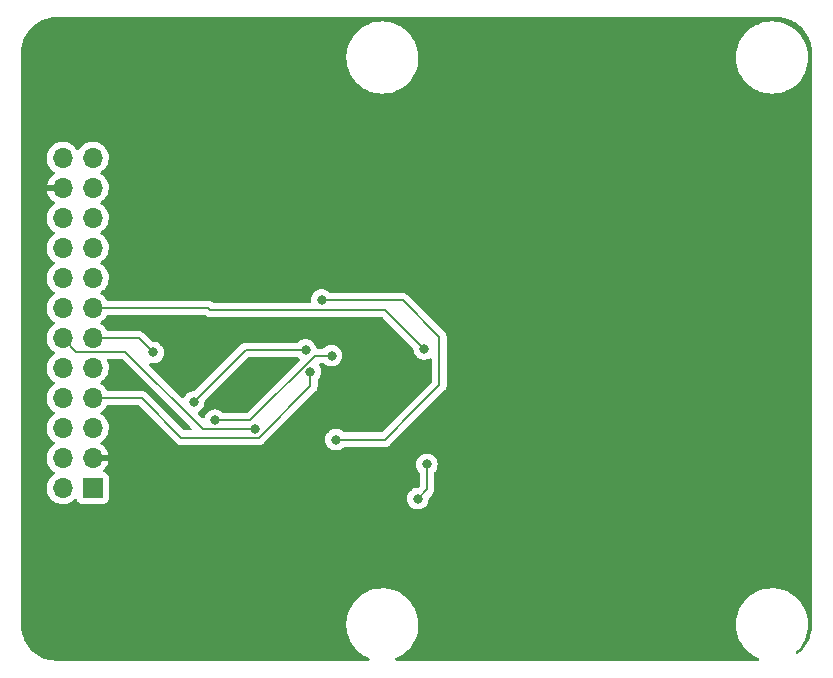
<source format=gbr>
%TF.GenerationSoftware,KiCad,Pcbnew,(6.0.0-0)*%
%TF.CreationDate,2022-03-30T15:47:28-05:00*%
%TF.ProjectId,spacebot-CM4-breakout,73706163-6562-46f7-942d-434d342d6272,rev?*%
%TF.SameCoordinates,Original*%
%TF.FileFunction,Copper,L2,Bot*%
%TF.FilePolarity,Positive*%
%FSLAX46Y46*%
G04 Gerber Fmt 4.6, Leading zero omitted, Abs format (unit mm)*
G04 Created by KiCad (PCBNEW (6.0.0-0)) date 2022-03-30 15:47:28*
%MOMM*%
%LPD*%
G01*
G04 APERTURE LIST*
%TA.AperFunction,ComponentPad*%
%ADD10R,1.700000X1.700000*%
%TD*%
%TA.AperFunction,ComponentPad*%
%ADD11O,1.700000X1.700000*%
%TD*%
%TA.AperFunction,ViaPad*%
%ADD12C,0.800000*%
%TD*%
%TA.AperFunction,Conductor*%
%ADD13C,0.200000*%
%TD*%
G04 APERTURE END LIST*
D10*
%TO.P,J1,1,Pin_1*%
%TO.N,5V*%
X110075000Y-111375000D03*
D11*
%TO.P,J1,2,Pin_2*%
%TO.N,3.3V*%
X107535000Y-111375000D03*
%TO.P,J1,3,Pin_3*%
%TO.N,GND*%
X110075000Y-108835000D03*
%TO.P,J1,4,Pin_4*%
%TO.N,I2S_SD*%
X107535000Y-108835000D03*
%TO.P,J1,5,Pin_5*%
%TO.N,I2S_SCK*%
X110075000Y-106295000D03*
%TO.P,J1,6,Pin_6*%
%TO.N,UART_RX*%
X107535000Y-106295000D03*
%TO.P,J1,7,Pin_7*%
%TO.N,UART_TX*%
X110075000Y-103755000D03*
%TO.P,J1,8,Pin_8*%
%TO.N,SD_CLK*%
X107535000Y-103755000D03*
%TO.P,J1,9,Pin_9*%
%TO.N,SD_DAT3*%
X110075000Y-101215000D03*
%TO.P,J1,10,Pin_10*%
%TO.N,SD_DAT0*%
X107535000Y-101215000D03*
%TO.P,J1,11,Pin_11*%
%TO.N,SD_DAT1*%
X110075000Y-98675000D03*
%TO.P,J1,12,Pin_12*%
%TO.N,SD_DAT2*%
X107535000Y-98675000D03*
%TO.P,J1,13,Pin_13*%
%TO.N,I2S_WS*%
X110075000Y-96135000D03*
%TO.P,J1,14,Pin_14*%
%TO.N,SCL_0*%
X107535000Y-96135000D03*
%TO.P,J1,15,Pin_15*%
%TO.N,SDA_0*%
X110075000Y-93595000D03*
%TO.P,J1,16,Pin_16*%
%TO.N,unconnected-(J1-Pad16)*%
X107535000Y-93595000D03*
%TO.P,J1,17,Pin_17*%
%TO.N,unconnected-(J1-Pad17)*%
X110075000Y-91055000D03*
%TO.P,J1,18,Pin_18*%
%TO.N,unconnected-(J1-Pad18)*%
X107535000Y-91055000D03*
%TO.P,J1,19,Pin_19*%
%TO.N,unconnected-(J1-Pad19)*%
X110075000Y-88515000D03*
%TO.P,J1,20,Pin_20*%
%TO.N,unconnected-(J1-Pad20)*%
X107535000Y-88515000D03*
%TO.P,J1,21,Pin_21*%
%TO.N,unconnected-(J1-Pad21)*%
X110075000Y-85975000D03*
%TO.P,J1,22,Pin_22*%
%TO.N,GND*%
X107535000Y-85975000D03*
%TO.P,J1,23,Pin_23*%
%TO.N,unconnected-(J1-Pad23)*%
X110075000Y-83435000D03*
%TO.P,J1,24,Pin_24*%
%TO.N,1.8V*%
X107535000Y-83435000D03*
%TD*%
D12*
%TO.N,GND*%
X168070000Y-111560000D03*
X113190000Y-102360000D03*
X121560000Y-103920000D03*
X118180000Y-101620000D03*
X128330000Y-106460000D03*
X141210000Y-109390000D03*
X141480000Y-100390000D03*
X141010000Y-92130000D03*
X120920000Y-88900000D03*
X133950000Y-87610000D03*
X130650000Y-93520000D03*
X137210000Y-93950000D03*
X137570000Y-101590000D03*
X130200000Y-98020000D03*
X129570000Y-110620000D03*
X137470000Y-106110000D03*
X125970000Y-110780000D03*
X134115000Y-113375000D03*
X134190000Y-111820000D03*
%TO.N,UART_RX*%
X118625000Y-104100000D03*
X128100000Y-99675000D03*
%TO.N,I2S_SCK*%
X120425000Y-105625000D03*
X130300000Y-100175000D03*
%TO.N,UART_TX*%
X128512500Y-101512500D03*
%TO.N,SD_DAT1*%
X115200000Y-99900000D03*
%TO.N,SD_DAT2*%
X123850000Y-106400000D03*
%TO.N,I2S_WS*%
X138150000Y-99600000D03*
%TO.N,I2S_SD*%
X129450000Y-95450000D03*
X130675000Y-107275000D03*
%TO.N,3.3V*%
X137600000Y-112275000D03*
X138375000Y-109375000D03*
%TD*%
D13*
%TO.N,GND*%
X134115000Y-113375000D02*
X134100000Y-113390000D01*
X134190000Y-113300000D02*
X134115000Y-113375000D01*
X134190000Y-111820000D02*
X134190000Y-113300000D01*
%TO.N,UART_RX*%
X123050000Y-99675000D02*
X118625000Y-104100000D01*
X128100000Y-99675000D02*
X123050000Y-99675000D01*
%TO.N,I2S_SCK*%
X123410741Y-105625000D02*
X120425000Y-105625000D01*
X128860741Y-100175000D02*
X123410741Y-105625000D01*
X130300000Y-100175000D02*
X128860741Y-100175000D01*
%TO.N,UART_TX*%
X128512500Y-101512500D02*
X128512500Y-102726759D01*
X117574511Y-107099511D02*
X114230000Y-103755000D01*
X114230000Y-103755000D02*
X110075000Y-103755000D01*
X128512500Y-102726759D02*
X124139748Y-107099511D01*
X124139748Y-107099511D02*
X117574511Y-107099511D01*
%TO.N,SD_DAT1*%
X115200000Y-99900000D02*
X113975000Y-98675000D01*
X113975000Y-98675000D02*
X110075000Y-98675000D01*
%TO.N,SD_DAT2*%
X107535000Y-98675000D02*
X108684511Y-99824511D01*
X108684511Y-99824511D02*
X112849511Y-99824511D01*
X112849511Y-99824511D02*
X119425000Y-106400000D01*
X119425000Y-106400000D02*
X123850000Y-106400000D01*
%TO.N,I2S_WS*%
X134850000Y-96300000D02*
X120025000Y-96300000D01*
X138150000Y-99600000D02*
X134850000Y-96300000D01*
X119860000Y-96135000D02*
X110075000Y-96135000D01*
X120025000Y-96300000D02*
X119860000Y-96135000D01*
%TO.N,I2S_SD*%
X136325000Y-95450000D02*
X129450000Y-95450000D01*
X139425000Y-98550000D02*
X136325000Y-95450000D01*
X137375000Y-104725000D02*
X139425000Y-102675000D01*
X139425000Y-102675000D02*
X139425000Y-98550000D01*
X134825000Y-107275000D02*
X137375000Y-104725000D01*
X130675000Y-107275000D02*
X134825000Y-107275000D01*
%TO.N,3.3V*%
X138375000Y-111500000D02*
X137600000Y-112275000D01*
X138375000Y-109375000D02*
X138375000Y-111500000D01*
%TD*%
%TA.AperFunction,Conductor*%
%TO.N,GND*%
G36*
X167970057Y-71509500D02*
G01*
X167984858Y-71511805D01*
X167984861Y-71511805D01*
X167993730Y-71513186D01*
X168002631Y-71512022D01*
X168002635Y-71512022D01*
X168012411Y-71510743D01*
X168035343Y-71509852D01*
X168306149Y-71524044D01*
X168319265Y-71525422D01*
X168615550Y-71572349D01*
X168628450Y-71575091D01*
X168918205Y-71652731D01*
X168930742Y-71656805D01*
X169178762Y-71752011D01*
X169210787Y-71764304D01*
X169222835Y-71769668D01*
X169490117Y-71905855D01*
X169501538Y-71912449D01*
X169753121Y-72075828D01*
X169763791Y-72083581D01*
X169996908Y-72272355D01*
X170006709Y-72281180D01*
X170218820Y-72493291D01*
X170227645Y-72503092D01*
X170416419Y-72736209D01*
X170424172Y-72746879D01*
X170587551Y-72998462D01*
X170594145Y-73009883D01*
X170730332Y-73277165D01*
X170735696Y-73289213D01*
X170832395Y-73541121D01*
X170843193Y-73569251D01*
X170847269Y-73581794D01*
X170861176Y-73633697D01*
X170924909Y-73871550D01*
X170927651Y-73884450D01*
X170974578Y-74180735D01*
X170975956Y-74193851D01*
X170980981Y-74289729D01*
X170989764Y-74457330D01*
X170988436Y-74483312D01*
X170988195Y-74484856D01*
X170988195Y-74484860D01*
X170986814Y-74493730D01*
X170987978Y-74502632D01*
X170987978Y-74502635D01*
X170990936Y-74525251D01*
X170992000Y-74541589D01*
X170992000Y-122950672D01*
X170990500Y-122970056D01*
X170986814Y-122993730D01*
X170987978Y-123002631D01*
X170987978Y-123002635D01*
X170989257Y-123012411D01*
X170990148Y-123035343D01*
X170980399Y-123221378D01*
X170975956Y-123306148D01*
X170974578Y-123319265D01*
X170927651Y-123615550D01*
X170924909Y-123628450D01*
X170847269Y-123918205D01*
X170843195Y-123930742D01*
X170778986Y-124098013D01*
X170735696Y-124210787D01*
X170730332Y-124222835D01*
X170594145Y-124490117D01*
X170587551Y-124501538D01*
X170424172Y-124753121D01*
X170416419Y-124763791D01*
X170227645Y-124996908D01*
X170218820Y-125006709D01*
X170006709Y-125218820D01*
X169996908Y-125227645D01*
X169809166Y-125379676D01*
X169743640Y-125407001D01*
X169673742Y-125394561D01*
X169621665Y-125346307D01*
X169603943Y-125277558D01*
X169626203Y-125210141D01*
X169645155Y-125188488D01*
X169776675Y-125069023D01*
X169779325Y-125066616D01*
X170007753Y-124806143D01*
X170205228Y-124521485D01*
X170369208Y-124216303D01*
X170497587Y-123894519D01*
X170588713Y-123560271D01*
X170625106Y-123323821D01*
X170640874Y-123221378D01*
X170640874Y-123221374D01*
X170641416Y-123217855D01*
X170648587Y-123035343D01*
X170654878Y-122875244D01*
X170654878Y-122875239D01*
X170655018Y-122871674D01*
X170629343Y-122526179D01*
X170564722Y-122185812D01*
X170461986Y-121854947D01*
X170366097Y-121637023D01*
X170323899Y-121541121D01*
X170323897Y-121541116D01*
X170322455Y-121537840D01*
X170147924Y-121238566D01*
X169940636Y-120960973D01*
X169938192Y-120958375D01*
X169938187Y-120958369D01*
X169776107Y-120786074D01*
X169703256Y-120708631D01*
X169438836Y-120484783D01*
X169237311Y-120350128D01*
X169153752Y-120294296D01*
X169153750Y-120294295D01*
X169150775Y-120292307D01*
X169147591Y-120290667D01*
X168845960Y-120135316D01*
X168845955Y-120135314D01*
X168842777Y-120133677D01*
X168839436Y-120132411D01*
X168839431Y-120132409D01*
X168522145Y-120012201D01*
X168522146Y-120012201D01*
X168518801Y-120010934D01*
X168515337Y-120010054D01*
X168515333Y-120010053D01*
X168186481Y-119926535D01*
X168186473Y-119926533D01*
X168183014Y-119925655D01*
X168014221Y-119902683D01*
X167842723Y-119879343D01*
X167842716Y-119879342D01*
X167839730Y-119878936D01*
X167726826Y-119874500D01*
X167512246Y-119874500D01*
X167373025Y-119882406D01*
X167257678Y-119888955D01*
X167257671Y-119888956D01*
X167254110Y-119889158D01*
X166912666Y-119947829D01*
X166909234Y-119948829D01*
X166909231Y-119948830D01*
X166583503Y-120043771D01*
X166583500Y-120043772D01*
X166580059Y-120044775D01*
X166576759Y-120046159D01*
X166576750Y-120046162D01*
X166375062Y-120130737D01*
X166260564Y-120178750D01*
X165958290Y-120348032D01*
X165677122Y-120550444D01*
X165674471Y-120552852D01*
X165674466Y-120552856D01*
X165505515Y-120706321D01*
X165420675Y-120783384D01*
X165192247Y-121043857D01*
X164994772Y-121328515D01*
X164830792Y-121633697D01*
X164702413Y-121955481D01*
X164611287Y-122289729D01*
X164610745Y-122293251D01*
X164574346Y-122529741D01*
X164558584Y-122632145D01*
X164558444Y-122635710D01*
X164545123Y-122974749D01*
X164544982Y-122978326D01*
X164549219Y-123035343D01*
X164569344Y-123306148D01*
X164570657Y-123323821D01*
X164635278Y-123664188D01*
X164738014Y-123995053D01*
X164739455Y-123998327D01*
X164739455Y-123998328D01*
X164835367Y-124216303D01*
X164877545Y-124312160D01*
X165052076Y-124611434D01*
X165259364Y-124889027D01*
X165261808Y-124891625D01*
X165261813Y-124891631D01*
X165360848Y-124996908D01*
X165496744Y-125141369D01*
X165499473Y-125143679D01*
X165738827Y-125346307D01*
X165761164Y-125365217D01*
X165764128Y-125367197D01*
X165764130Y-125367199D01*
X165968450Y-125503721D01*
X166049225Y-125557693D01*
X166052407Y-125559332D01*
X166052409Y-125559333D01*
X166354040Y-125714684D01*
X166354045Y-125714686D01*
X166357223Y-125716323D01*
X166360564Y-125717589D01*
X166360569Y-125717591D01*
X166441290Y-125748173D01*
X166497905Y-125791012D01*
X166522373Y-125857659D01*
X166506924Y-125926955D01*
X166456463Y-125976897D01*
X166396649Y-125992000D01*
X135800833Y-125992000D01*
X135732712Y-125971998D01*
X135686219Y-125918342D01*
X135676115Y-125848068D01*
X135705609Y-125783488D01*
X135752106Y-125749804D01*
X135939436Y-125671250D01*
X136241710Y-125501968D01*
X136522878Y-125299556D01*
X136525529Y-125297148D01*
X136525534Y-125297144D01*
X136776675Y-125069023D01*
X136779325Y-125066616D01*
X137007753Y-124806143D01*
X137205228Y-124521485D01*
X137369208Y-124216303D01*
X137497587Y-123894519D01*
X137588713Y-123560271D01*
X137625106Y-123323821D01*
X137640874Y-123221378D01*
X137640874Y-123221374D01*
X137641416Y-123217855D01*
X137648587Y-123035343D01*
X137654878Y-122875244D01*
X137654878Y-122875239D01*
X137655018Y-122871674D01*
X137629343Y-122526179D01*
X137564722Y-122185812D01*
X137461986Y-121854947D01*
X137366097Y-121637023D01*
X137323899Y-121541121D01*
X137323897Y-121541116D01*
X137322455Y-121537840D01*
X137147924Y-121238566D01*
X136940636Y-120960973D01*
X136938192Y-120958375D01*
X136938187Y-120958369D01*
X136776107Y-120786074D01*
X136703256Y-120708631D01*
X136438836Y-120484783D01*
X136237311Y-120350128D01*
X136153752Y-120294296D01*
X136153750Y-120294295D01*
X136150775Y-120292307D01*
X136147591Y-120290667D01*
X135845960Y-120135316D01*
X135845955Y-120135314D01*
X135842777Y-120133677D01*
X135839436Y-120132411D01*
X135839431Y-120132409D01*
X135522145Y-120012201D01*
X135522146Y-120012201D01*
X135518801Y-120010934D01*
X135515337Y-120010054D01*
X135515333Y-120010053D01*
X135186481Y-119926535D01*
X135186473Y-119926533D01*
X135183014Y-119925655D01*
X135014221Y-119902683D01*
X134842723Y-119879343D01*
X134842716Y-119879342D01*
X134839730Y-119878936D01*
X134726826Y-119874500D01*
X134512246Y-119874500D01*
X134373025Y-119882406D01*
X134257678Y-119888955D01*
X134257671Y-119888956D01*
X134254110Y-119889158D01*
X133912666Y-119947829D01*
X133909234Y-119948829D01*
X133909231Y-119948830D01*
X133583503Y-120043771D01*
X133583500Y-120043772D01*
X133580059Y-120044775D01*
X133576759Y-120046159D01*
X133576750Y-120046162D01*
X133375062Y-120130737D01*
X133260564Y-120178750D01*
X132958290Y-120348032D01*
X132677122Y-120550444D01*
X132674471Y-120552852D01*
X132674466Y-120552856D01*
X132505515Y-120706321D01*
X132420675Y-120783384D01*
X132192247Y-121043857D01*
X131994772Y-121328515D01*
X131830792Y-121633697D01*
X131702413Y-121955481D01*
X131611287Y-122289729D01*
X131610745Y-122293251D01*
X131574346Y-122529741D01*
X131558584Y-122632145D01*
X131558444Y-122635710D01*
X131545123Y-122974749D01*
X131544982Y-122978326D01*
X131549219Y-123035343D01*
X131569344Y-123306148D01*
X131570657Y-123323821D01*
X131635278Y-123664188D01*
X131738014Y-123995053D01*
X131739455Y-123998327D01*
X131739455Y-123998328D01*
X131835367Y-124216303D01*
X131877545Y-124312160D01*
X132052076Y-124611434D01*
X132259364Y-124889027D01*
X132261808Y-124891625D01*
X132261813Y-124891631D01*
X132360848Y-124996908D01*
X132496744Y-125141369D01*
X132499473Y-125143679D01*
X132738827Y-125346307D01*
X132761164Y-125365217D01*
X132764128Y-125367197D01*
X132764130Y-125367199D01*
X132968450Y-125503721D01*
X133049225Y-125557693D01*
X133052407Y-125559332D01*
X133052409Y-125559333D01*
X133354040Y-125714684D01*
X133354045Y-125714686D01*
X133357223Y-125716323D01*
X133360564Y-125717589D01*
X133360569Y-125717591D01*
X133441290Y-125748173D01*
X133497905Y-125791012D01*
X133522373Y-125857659D01*
X133506924Y-125926955D01*
X133456463Y-125976897D01*
X133396649Y-125992000D01*
X107049328Y-125992000D01*
X107029943Y-125990500D01*
X107015142Y-125988195D01*
X107015139Y-125988195D01*
X107006270Y-125986814D01*
X106997369Y-125987978D01*
X106997365Y-125987978D01*
X106987589Y-125989257D01*
X106964657Y-125990148D01*
X106693851Y-125975956D01*
X106680735Y-125974578D01*
X106594010Y-125960842D01*
X106384450Y-125927651D01*
X106371550Y-125924909D01*
X106081795Y-125847269D01*
X106069258Y-125843195D01*
X105789214Y-125735696D01*
X105777165Y-125730332D01*
X105509883Y-125594145D01*
X105498462Y-125587551D01*
X105246879Y-125424172D01*
X105236209Y-125416419D01*
X105003092Y-125227645D01*
X104993291Y-125218820D01*
X104781180Y-125006709D01*
X104772355Y-124996908D01*
X104583581Y-124763791D01*
X104575828Y-124753121D01*
X104412449Y-124501538D01*
X104405855Y-124490117D01*
X104269668Y-124222835D01*
X104264304Y-124210787D01*
X104221014Y-124098013D01*
X104156805Y-123930742D01*
X104152731Y-123918205D01*
X104075091Y-123628450D01*
X104072349Y-123615550D01*
X104025422Y-123319265D01*
X104024044Y-123306148D01*
X104010236Y-123042666D01*
X104011564Y-123016688D01*
X104011805Y-123015144D01*
X104011805Y-123015140D01*
X104013186Y-123006270D01*
X104011547Y-122993730D01*
X104009064Y-122974749D01*
X104008000Y-122958411D01*
X104008000Y-111341695D01*
X106172251Y-111341695D01*
X106172548Y-111346848D01*
X106172548Y-111346851D01*
X106181379Y-111500000D01*
X106185110Y-111564715D01*
X106186247Y-111569761D01*
X106186248Y-111569767D01*
X106208044Y-111666480D01*
X106234222Y-111782639D01*
X106318266Y-111989616D01*
X106434987Y-112180088D01*
X106581250Y-112348938D01*
X106753126Y-112491632D01*
X106946000Y-112604338D01*
X107154692Y-112684030D01*
X107159760Y-112685061D01*
X107159763Y-112685062D01*
X107267017Y-112706883D01*
X107373597Y-112728567D01*
X107378772Y-112728757D01*
X107378774Y-112728757D01*
X107591673Y-112736564D01*
X107591677Y-112736564D01*
X107596837Y-112736753D01*
X107601957Y-112736097D01*
X107601959Y-112736097D01*
X107813288Y-112709025D01*
X107813289Y-112709025D01*
X107818416Y-112708368D01*
X107823366Y-112706883D01*
X108027429Y-112645661D01*
X108027434Y-112645659D01*
X108032384Y-112644174D01*
X108232994Y-112545896D01*
X108414860Y-112416173D01*
X108523091Y-112308319D01*
X108585462Y-112274404D01*
X108656268Y-112279592D01*
X108713030Y-112322238D01*
X108730012Y-112353341D01*
X108774385Y-112471705D01*
X108861739Y-112588261D01*
X108978295Y-112675615D01*
X109114684Y-112726745D01*
X109176866Y-112733500D01*
X110973134Y-112733500D01*
X111035316Y-112726745D01*
X111171705Y-112675615D01*
X111288261Y-112588261D01*
X111375615Y-112471705D01*
X111426745Y-112335316D01*
X111433297Y-112275000D01*
X136686496Y-112275000D01*
X136706458Y-112464928D01*
X136765473Y-112646556D01*
X136860960Y-112811944D01*
X136988747Y-112953866D01*
X137143248Y-113066118D01*
X137149276Y-113068802D01*
X137149278Y-113068803D01*
X137311681Y-113141109D01*
X137317712Y-113143794D01*
X137411113Y-113163647D01*
X137498056Y-113182128D01*
X137498061Y-113182128D01*
X137504513Y-113183500D01*
X137695487Y-113183500D01*
X137701939Y-113182128D01*
X137701944Y-113182128D01*
X137788887Y-113163647D01*
X137882288Y-113143794D01*
X137888319Y-113141109D01*
X138050722Y-113068803D01*
X138050724Y-113068802D01*
X138056752Y-113066118D01*
X138211253Y-112953866D01*
X138339040Y-112811944D01*
X138434527Y-112646556D01*
X138493542Y-112464928D01*
X138513504Y-112275000D01*
X138513316Y-112273214D01*
X138532816Y-112206804D01*
X138549719Y-112185830D01*
X138771234Y-111964315D01*
X138783625Y-111953448D01*
X138802437Y-111939013D01*
X138808987Y-111933987D01*
X138833474Y-111902075D01*
X138833478Y-111902071D01*
X138906524Y-111806876D01*
X138967838Y-111658850D01*
X138988751Y-111500000D01*
X138984578Y-111468301D01*
X138983500Y-111451856D01*
X138983500Y-110105290D01*
X139003502Y-110037169D01*
X139015864Y-110020980D01*
X139109621Y-109916852D01*
X139109622Y-109916851D01*
X139114040Y-109911944D01*
X139209527Y-109746556D01*
X139268542Y-109564928D01*
X139288504Y-109375000D01*
X139283950Y-109331672D01*
X139269232Y-109191635D01*
X139269232Y-109191633D01*
X139268542Y-109185072D01*
X139209527Y-109003444D01*
X139114040Y-108838056D01*
X139081301Y-108801695D01*
X138990675Y-108701045D01*
X138990674Y-108701044D01*
X138986253Y-108696134D01*
X138831752Y-108583882D01*
X138825724Y-108581198D01*
X138825722Y-108581197D01*
X138663319Y-108508891D01*
X138663318Y-108508891D01*
X138657288Y-108506206D01*
X138563888Y-108486353D01*
X138476944Y-108467872D01*
X138476939Y-108467872D01*
X138470487Y-108466500D01*
X138279513Y-108466500D01*
X138273061Y-108467872D01*
X138273056Y-108467872D01*
X138186113Y-108486353D01*
X138092712Y-108506206D01*
X138086682Y-108508891D01*
X138086681Y-108508891D01*
X137924278Y-108581197D01*
X137924276Y-108581198D01*
X137918248Y-108583882D01*
X137763747Y-108696134D01*
X137759326Y-108701044D01*
X137759325Y-108701045D01*
X137668700Y-108801695D01*
X137635960Y-108838056D01*
X137540473Y-109003444D01*
X137481458Y-109185072D01*
X137480768Y-109191633D01*
X137480768Y-109191635D01*
X137466050Y-109331672D01*
X137461496Y-109375000D01*
X137481458Y-109564928D01*
X137540473Y-109746556D01*
X137635960Y-109911944D01*
X137640378Y-109916851D01*
X137640379Y-109916852D01*
X137734136Y-110020980D01*
X137764854Y-110084987D01*
X137766500Y-110105290D01*
X137766500Y-111195761D01*
X137746498Y-111263882D01*
X137729595Y-111284856D01*
X137684856Y-111329595D01*
X137622544Y-111363621D01*
X137595761Y-111366500D01*
X137504513Y-111366500D01*
X137498061Y-111367872D01*
X137498056Y-111367872D01*
X137411113Y-111386353D01*
X137317712Y-111406206D01*
X137311682Y-111408891D01*
X137311681Y-111408891D01*
X137149278Y-111481197D01*
X137149276Y-111481198D01*
X137143248Y-111483882D01*
X137137907Y-111487762D01*
X137137906Y-111487763D01*
X137109794Y-111508188D01*
X136988747Y-111596134D01*
X136860960Y-111738056D01*
X136765473Y-111903444D01*
X136706458Y-112085072D01*
X136705768Y-112091633D01*
X136705768Y-112091635D01*
X136696061Y-112183990D01*
X136686496Y-112275000D01*
X111433297Y-112275000D01*
X111433500Y-112273134D01*
X111433500Y-110476866D01*
X111426745Y-110414684D01*
X111375615Y-110278295D01*
X111288261Y-110161739D01*
X111171705Y-110074385D01*
X111052687Y-110029767D01*
X110995923Y-109987125D01*
X110971223Y-109920564D01*
X110986430Y-109851215D01*
X111007977Y-109822535D01*
X111109052Y-109721812D01*
X111115730Y-109713965D01*
X111240003Y-109541020D01*
X111245313Y-109532183D01*
X111339670Y-109341267D01*
X111343469Y-109331672D01*
X111405377Y-109127910D01*
X111407555Y-109117837D01*
X111408986Y-109106962D01*
X111406775Y-109092778D01*
X111393617Y-109089000D01*
X109947000Y-109089000D01*
X109878879Y-109068998D01*
X109832386Y-109015342D01*
X109821000Y-108963000D01*
X109821000Y-108707000D01*
X109841002Y-108638879D01*
X109894658Y-108592386D01*
X109947000Y-108581000D01*
X111393344Y-108581000D01*
X111406875Y-108577027D01*
X111408180Y-108567947D01*
X111366214Y-108400875D01*
X111362894Y-108391124D01*
X111277972Y-108195814D01*
X111273105Y-108186739D01*
X111157426Y-108007926D01*
X111151136Y-107999757D01*
X111007806Y-107842240D01*
X111000273Y-107835215D01*
X110833139Y-107703222D01*
X110824556Y-107697520D01*
X110787602Y-107677120D01*
X110737631Y-107626687D01*
X110722859Y-107557245D01*
X110747975Y-107490839D01*
X110775327Y-107464232D01*
X110798797Y-107447491D01*
X110954860Y-107336173D01*
X111113096Y-107178489D01*
X111172594Y-107095689D01*
X111240435Y-107001277D01*
X111243453Y-106997077D01*
X111264320Y-106954857D01*
X111340136Y-106801453D01*
X111340137Y-106801451D01*
X111342430Y-106796811D01*
X111394688Y-106624811D01*
X111405865Y-106588023D01*
X111405865Y-106588021D01*
X111407370Y-106583069D01*
X111436529Y-106361590D01*
X111438156Y-106295000D01*
X111419852Y-106072361D01*
X111365431Y-105855702D01*
X111276354Y-105650840D01*
X111217909Y-105560498D01*
X111157822Y-105467617D01*
X111157820Y-105467614D01*
X111155014Y-105463277D01*
X111004670Y-105298051D01*
X111000619Y-105294852D01*
X111000615Y-105294848D01*
X110833414Y-105162800D01*
X110833410Y-105162798D01*
X110829359Y-105159598D01*
X110788053Y-105136796D01*
X110738084Y-105086364D01*
X110723312Y-105016921D01*
X110748428Y-104950516D01*
X110775780Y-104923909D01*
X110827192Y-104887237D01*
X110954860Y-104796173D01*
X111113096Y-104638489D01*
X111172594Y-104555689D01*
X111240435Y-104461277D01*
X111243453Y-104457077D01*
X111255019Y-104433675D01*
X111303132Y-104381467D01*
X111367977Y-104363500D01*
X113925761Y-104363500D01*
X113993882Y-104383502D01*
X114014856Y-104400405D01*
X117110196Y-107495745D01*
X117121063Y-107508136D01*
X117140524Y-107533498D01*
X117147074Y-107538524D01*
X117172432Y-107557982D01*
X117172448Y-107557996D01*
X117216292Y-107591638D01*
X117267635Y-107631035D01*
X117415660Y-107692349D01*
X117423847Y-107693427D01*
X117423848Y-107693427D01*
X117435053Y-107694902D01*
X117466249Y-107699009D01*
X117534626Y-107708011D01*
X117534629Y-107708011D01*
X117534637Y-107708012D01*
X117566322Y-107712183D01*
X117574511Y-107713261D01*
X117606204Y-107709089D01*
X117622647Y-107708011D01*
X124091612Y-107708011D01*
X124108055Y-107709089D01*
X124139748Y-107713261D01*
X124147937Y-107712183D01*
X124179622Y-107708012D01*
X124179632Y-107708011D01*
X124179633Y-107708011D01*
X124179649Y-107708009D01*
X124279205Y-107694902D01*
X124290412Y-107693427D01*
X124290414Y-107693426D01*
X124298599Y-107692349D01*
X124446624Y-107631035D01*
X124453178Y-107626006D01*
X124541817Y-107557991D01*
X124541823Y-107557985D01*
X124567182Y-107538526D01*
X124573735Y-107533498D01*
X124580764Y-107524338D01*
X124593200Y-107508132D01*
X124604067Y-107495741D01*
X128908734Y-103191074D01*
X128921125Y-103180207D01*
X128939937Y-103165772D01*
X128946487Y-103160746D01*
X128970974Y-103128834D01*
X128970980Y-103128828D01*
X129038996Y-103040188D01*
X129038997Y-103040186D01*
X129044024Y-103033635D01*
X129089735Y-102923277D01*
X129105338Y-102885609D01*
X129121000Y-102766644D01*
X129121000Y-102766637D01*
X129126250Y-102726759D01*
X129122078Y-102695066D01*
X129121000Y-102678623D01*
X129121000Y-102242790D01*
X129141002Y-102174669D01*
X129153364Y-102158480D01*
X129247121Y-102054352D01*
X129247122Y-102054351D01*
X129251540Y-102049444D01*
X129309814Y-101948510D01*
X129343723Y-101889779D01*
X129343724Y-101889778D01*
X129347027Y-101884056D01*
X129406042Y-101702428D01*
X129426004Y-101512500D01*
X129424474Y-101497939D01*
X129406732Y-101329135D01*
X129406732Y-101329133D01*
X129406042Y-101322572D01*
X129347027Y-101140944D01*
X129313070Y-101082128D01*
X129251540Y-100975556D01*
X129253285Y-100974548D01*
X129232644Y-100916685D01*
X129248729Y-100847534D01*
X129299646Y-100798057D01*
X129358439Y-100783500D01*
X129569290Y-100783500D01*
X129637411Y-100803502D01*
X129662926Y-100825189D01*
X129683046Y-100847534D01*
X129688747Y-100853866D01*
X129704562Y-100865356D01*
X129802030Y-100936171D01*
X129843248Y-100966118D01*
X129849276Y-100968802D01*
X129849278Y-100968803D01*
X129915941Y-100998483D01*
X130017712Y-101043794D01*
X130111113Y-101063647D01*
X130198056Y-101082128D01*
X130198061Y-101082128D01*
X130204513Y-101083500D01*
X130395487Y-101083500D01*
X130401939Y-101082128D01*
X130401944Y-101082128D01*
X130488887Y-101063647D01*
X130582288Y-101043794D01*
X130684059Y-100998483D01*
X130750722Y-100968803D01*
X130750724Y-100968802D01*
X130756752Y-100966118D01*
X130911253Y-100853866D01*
X131009902Y-100744305D01*
X131034621Y-100716852D01*
X131034622Y-100716851D01*
X131039040Y-100711944D01*
X131134527Y-100546556D01*
X131193542Y-100364928D01*
X131205938Y-100246992D01*
X131212814Y-100181565D01*
X131213504Y-100175000D01*
X131201576Y-100061507D01*
X131194232Y-99991635D01*
X131194232Y-99991633D01*
X131193542Y-99985072D01*
X131134527Y-99803444D01*
X131039040Y-99638056D01*
X131010686Y-99606565D01*
X130915675Y-99501045D01*
X130915674Y-99501044D01*
X130911253Y-99496134D01*
X130756752Y-99383882D01*
X130750724Y-99381198D01*
X130750722Y-99381197D01*
X130588319Y-99308891D01*
X130588318Y-99308891D01*
X130582288Y-99306206D01*
X130481718Y-99284829D01*
X130401944Y-99267872D01*
X130401939Y-99267872D01*
X130395487Y-99266500D01*
X130204513Y-99266500D01*
X130198061Y-99267872D01*
X130198056Y-99267872D01*
X130118282Y-99284829D01*
X130017712Y-99306206D01*
X130011682Y-99308891D01*
X130011681Y-99308891D01*
X129849278Y-99381197D01*
X129849276Y-99381198D01*
X129843248Y-99383882D01*
X129837907Y-99387762D01*
X129837906Y-99387763D01*
X129716887Y-99475689D01*
X129688747Y-99496134D01*
X129684334Y-99501036D01*
X129684332Y-99501037D01*
X129662926Y-99524811D01*
X129602480Y-99562050D01*
X129569290Y-99566500D01*
X129111544Y-99566500D01*
X129043423Y-99546498D01*
X128996930Y-99492842D01*
X128991711Y-99479437D01*
X128953896Y-99363056D01*
X128934527Y-99303444D01*
X128926544Y-99289616D01*
X128842341Y-99143774D01*
X128839040Y-99138056D01*
X128789143Y-99082639D01*
X128715675Y-99001045D01*
X128715674Y-99001044D01*
X128711253Y-98996134D01*
X128556752Y-98883882D01*
X128550724Y-98881198D01*
X128550722Y-98881197D01*
X128388319Y-98808891D01*
X128388318Y-98808891D01*
X128382288Y-98806206D01*
X128288888Y-98786353D01*
X128201944Y-98767872D01*
X128201939Y-98767872D01*
X128195487Y-98766500D01*
X128004513Y-98766500D01*
X127998061Y-98767872D01*
X127998056Y-98767872D01*
X127911112Y-98786353D01*
X127817712Y-98806206D01*
X127811682Y-98808891D01*
X127811681Y-98808891D01*
X127649278Y-98881197D01*
X127649276Y-98881198D01*
X127643248Y-98883882D01*
X127488747Y-98996134D01*
X127484334Y-99001036D01*
X127484332Y-99001037D01*
X127462926Y-99024811D01*
X127402480Y-99062050D01*
X127369290Y-99066500D01*
X123098136Y-99066500D01*
X123081693Y-99065422D01*
X123050000Y-99061250D01*
X123041811Y-99062328D01*
X123010126Y-99066499D01*
X123010117Y-99066500D01*
X123010115Y-99066500D01*
X123010109Y-99066501D01*
X123010107Y-99066501D01*
X122910543Y-99079609D01*
X122899336Y-99081084D01*
X122899334Y-99081085D01*
X122891149Y-99082162D01*
X122743124Y-99143476D01*
X122647928Y-99216523D01*
X122647925Y-99216526D01*
X122616013Y-99241013D01*
X122610983Y-99247568D01*
X122596548Y-99266379D01*
X122585681Y-99278770D01*
X118709856Y-103154595D01*
X118647544Y-103188621D01*
X118620761Y-103191500D01*
X118529513Y-103191500D01*
X118523061Y-103192872D01*
X118523056Y-103192872D01*
X118436113Y-103211353D01*
X118342712Y-103231206D01*
X118336682Y-103233891D01*
X118336681Y-103233891D01*
X118174278Y-103306197D01*
X118174276Y-103306198D01*
X118168248Y-103308882D01*
X118162907Y-103312762D01*
X118162906Y-103312763D01*
X118112843Y-103349136D01*
X118013747Y-103421134D01*
X118009326Y-103426044D01*
X118009325Y-103426045D01*
X117938498Y-103504707D01*
X117885960Y-103563056D01*
X117807979Y-103698123D01*
X117756598Y-103747115D01*
X117686884Y-103760551D01*
X117620973Y-103734165D01*
X117609766Y-103724217D01*
X114884032Y-100998483D01*
X114850006Y-100936171D01*
X114855071Y-100865356D01*
X114897618Y-100808520D01*
X114964138Y-100783709D01*
X114999322Y-100786141D01*
X115034019Y-100793516D01*
X115098056Y-100807128D01*
X115098061Y-100807128D01*
X115104513Y-100808500D01*
X115295487Y-100808500D01*
X115301939Y-100807128D01*
X115301944Y-100807128D01*
X115400677Y-100786141D01*
X115482288Y-100768794D01*
X115488319Y-100766109D01*
X115650722Y-100693803D01*
X115650724Y-100693802D01*
X115656752Y-100691118D01*
X115811253Y-100578866D01*
X115840508Y-100546375D01*
X115934621Y-100441852D01*
X115934622Y-100441851D01*
X115939040Y-100436944D01*
X116034527Y-100271556D01*
X116093542Y-100089928D01*
X116113504Y-99900000D01*
X116093542Y-99710072D01*
X116034527Y-99528444D01*
X115939040Y-99363056D01*
X115890037Y-99308632D01*
X115815675Y-99226045D01*
X115815674Y-99226044D01*
X115811253Y-99221134D01*
X115656752Y-99108882D01*
X115650724Y-99106198D01*
X115650722Y-99106197D01*
X115488319Y-99033891D01*
X115488318Y-99033891D01*
X115482288Y-99031206D01*
X115388888Y-99011353D01*
X115301944Y-98992872D01*
X115301939Y-98992872D01*
X115295487Y-98991500D01*
X115204239Y-98991500D01*
X115136118Y-98971498D01*
X115115144Y-98954595D01*
X114439315Y-98278766D01*
X114428448Y-98266375D01*
X114414013Y-98247563D01*
X114408987Y-98241013D01*
X114377075Y-98216526D01*
X114377072Y-98216523D01*
X114281876Y-98143476D01*
X114133851Y-98082162D01*
X114125664Y-98081084D01*
X114125663Y-98081084D01*
X114114458Y-98079609D01*
X114083262Y-98075502D01*
X114014885Y-98066500D01*
X114014882Y-98066500D01*
X114014874Y-98066499D01*
X113983189Y-98062328D01*
X113975000Y-98061250D01*
X113943307Y-98065422D01*
X113926864Y-98066500D01*
X111367978Y-98066500D01*
X111299857Y-98046498D01*
X111262186Y-98008940D01*
X111257490Y-98001680D01*
X111155014Y-97843277D01*
X111004670Y-97678051D01*
X111000619Y-97674852D01*
X111000615Y-97674848D01*
X110833414Y-97542800D01*
X110833410Y-97542798D01*
X110829359Y-97539598D01*
X110788053Y-97516796D01*
X110738084Y-97466364D01*
X110723312Y-97396921D01*
X110748428Y-97330516D01*
X110775780Y-97303909D01*
X110819603Y-97272650D01*
X110954860Y-97176173D01*
X111113096Y-97018489D01*
X111172594Y-96935689D01*
X111240435Y-96841277D01*
X111243453Y-96837077D01*
X111255019Y-96813675D01*
X111303132Y-96761467D01*
X111367977Y-96743500D01*
X119560639Y-96743500D01*
X119628760Y-96763502D01*
X119637341Y-96769537D01*
X119718124Y-96831524D01*
X119779438Y-96856921D01*
X119858520Y-96889678D01*
X119858523Y-96889679D01*
X119866150Y-96892838D01*
X119985115Y-96908500D01*
X119985120Y-96908500D01*
X119985129Y-96908501D01*
X120016812Y-96912672D01*
X120025000Y-96913750D01*
X120056693Y-96909578D01*
X120073136Y-96908500D01*
X134545761Y-96908500D01*
X134613882Y-96928502D01*
X134634856Y-96945405D01*
X137200281Y-99510830D01*
X137234307Y-99573142D01*
X137236841Y-99596716D01*
X137236496Y-99600000D01*
X137237186Y-99606565D01*
X137241640Y-99648938D01*
X137256458Y-99789928D01*
X137315473Y-99971556D01*
X137410960Y-100136944D01*
X137415378Y-100141851D01*
X137415379Y-100141852D01*
X137526506Y-100265271D01*
X137538747Y-100278866D01*
X137602505Y-100325189D01*
X137672856Y-100376302D01*
X137693248Y-100391118D01*
X137699276Y-100393802D01*
X137699278Y-100393803D01*
X137788168Y-100433379D01*
X137867712Y-100468794D01*
X137948735Y-100486016D01*
X138048056Y-100507128D01*
X138048061Y-100507128D01*
X138054513Y-100508500D01*
X138245487Y-100508500D01*
X138251939Y-100507128D01*
X138251944Y-100507128D01*
X138351265Y-100486016D01*
X138432288Y-100468794D01*
X138511832Y-100433379D01*
X138600722Y-100393803D01*
X138600724Y-100393802D01*
X138606752Y-100391118D01*
X138616439Y-100384080D01*
X138683307Y-100360221D01*
X138752458Y-100376302D01*
X138801939Y-100427216D01*
X138816500Y-100486016D01*
X138816500Y-102370761D01*
X138796498Y-102438882D01*
X138779595Y-102459856D01*
X134609856Y-106629595D01*
X134547544Y-106663621D01*
X134520761Y-106666500D01*
X131405710Y-106666500D01*
X131337589Y-106646498D01*
X131312074Y-106624811D01*
X131290668Y-106601037D01*
X131290666Y-106601036D01*
X131286253Y-106596134D01*
X131141564Y-106491011D01*
X131137094Y-106487763D01*
X131137093Y-106487762D01*
X131131752Y-106483882D01*
X131125724Y-106481198D01*
X131125722Y-106481197D01*
X130963319Y-106408891D01*
X130963318Y-106408891D01*
X130957288Y-106406206D01*
X130863888Y-106386353D01*
X130776944Y-106367872D01*
X130776939Y-106367872D01*
X130770487Y-106366500D01*
X130579513Y-106366500D01*
X130573061Y-106367872D01*
X130573056Y-106367872D01*
X130486112Y-106386353D01*
X130392712Y-106406206D01*
X130386682Y-106408891D01*
X130386681Y-106408891D01*
X130224278Y-106481197D01*
X130224276Y-106481198D01*
X130218248Y-106483882D01*
X130212907Y-106487762D01*
X130212906Y-106487763D01*
X130208436Y-106491011D01*
X130063747Y-106596134D01*
X130059326Y-106601044D01*
X130059325Y-106601045D01*
X129967850Y-106702639D01*
X129935960Y-106738056D01*
X129840473Y-106903444D01*
X129781458Y-107085072D01*
X129780768Y-107091633D01*
X129780768Y-107091635D01*
X129771256Y-107182137D01*
X129761496Y-107275000D01*
X129762186Y-107281565D01*
X129768241Y-107339171D01*
X129781458Y-107464928D01*
X129840473Y-107646556D01*
X129843776Y-107652278D01*
X129843777Y-107652279D01*
X129862445Y-107684612D01*
X129935960Y-107811944D01*
X129940378Y-107816851D01*
X129940379Y-107816852D01*
X129983442Y-107864678D01*
X130063747Y-107953866D01*
X130218248Y-108066118D01*
X130224276Y-108068802D01*
X130224278Y-108068803D01*
X130367365Y-108132509D01*
X130392712Y-108143794D01*
X130456728Y-108157401D01*
X130573056Y-108182128D01*
X130573061Y-108182128D01*
X130579513Y-108183500D01*
X130770487Y-108183500D01*
X130776939Y-108182128D01*
X130776944Y-108182128D01*
X130893272Y-108157401D01*
X130957288Y-108143794D01*
X130982635Y-108132509D01*
X131125722Y-108068803D01*
X131125724Y-108068802D01*
X131131752Y-108066118D01*
X131212272Y-108007617D01*
X131264671Y-107969546D01*
X131286253Y-107953866D01*
X131312074Y-107925189D01*
X131372520Y-107887950D01*
X131405710Y-107883500D01*
X134776864Y-107883500D01*
X134793307Y-107884578D01*
X134825000Y-107888750D01*
X134833189Y-107887672D01*
X134864874Y-107883501D01*
X134864884Y-107883500D01*
X134864885Y-107883500D01*
X134964457Y-107870391D01*
X134975664Y-107868916D01*
X134975666Y-107868915D01*
X134983851Y-107867838D01*
X135131876Y-107806524D01*
X135227072Y-107733477D01*
X135227075Y-107733474D01*
X135258987Y-107708987D01*
X135267786Y-107697520D01*
X135278452Y-107683621D01*
X135289319Y-107671230D01*
X139821234Y-103139315D01*
X139833625Y-103128448D01*
X139852437Y-103114013D01*
X139858987Y-103108987D01*
X139883474Y-103077075D01*
X139883478Y-103077071D01*
X139956524Y-102981876D01*
X140017838Y-102833851D01*
X140020391Y-102814457D01*
X140033500Y-102714885D01*
X140033500Y-102714880D01*
X140038750Y-102675000D01*
X140034578Y-102643307D01*
X140033500Y-102626864D01*
X140033500Y-98598136D01*
X140034578Y-98581690D01*
X140037672Y-98558188D01*
X140038750Y-98550000D01*
X140033500Y-98510120D01*
X140033500Y-98510115D01*
X140017838Y-98391150D01*
X140008301Y-98368125D01*
X139956524Y-98243124D01*
X139936115Y-98216526D01*
X139883483Y-98147936D01*
X139883477Y-98147928D01*
X139883474Y-98147925D01*
X139858987Y-98116013D01*
X139852432Y-98110983D01*
X139833621Y-98096548D01*
X139821230Y-98085681D01*
X136789315Y-95053766D01*
X136778448Y-95041375D01*
X136764013Y-95022563D01*
X136758987Y-95016013D01*
X136727075Y-94991526D01*
X136727072Y-94991523D01*
X136638429Y-94923504D01*
X136638427Y-94923503D01*
X136631876Y-94918476D01*
X136483851Y-94857162D01*
X136475664Y-94856084D01*
X136475663Y-94856084D01*
X136464458Y-94854609D01*
X136433262Y-94850502D01*
X136364885Y-94841500D01*
X136364882Y-94841500D01*
X136364874Y-94841499D01*
X136333189Y-94837328D01*
X136325000Y-94836250D01*
X136293307Y-94840422D01*
X136276864Y-94841500D01*
X130180710Y-94841500D01*
X130112589Y-94821498D01*
X130087074Y-94799811D01*
X130065668Y-94776037D01*
X130065666Y-94776036D01*
X130061253Y-94771134D01*
X129906752Y-94658882D01*
X129900724Y-94656198D01*
X129900722Y-94656197D01*
X129738319Y-94583891D01*
X129738318Y-94583891D01*
X129732288Y-94581206D01*
X129638888Y-94561353D01*
X129551944Y-94542872D01*
X129551939Y-94542872D01*
X129545487Y-94541500D01*
X129354513Y-94541500D01*
X129348061Y-94542872D01*
X129348056Y-94542872D01*
X129261113Y-94561353D01*
X129167712Y-94581206D01*
X129161682Y-94583891D01*
X129161681Y-94583891D01*
X128999278Y-94656197D01*
X128999276Y-94656198D01*
X128993248Y-94658882D01*
X128838747Y-94771134D01*
X128834326Y-94776044D01*
X128834325Y-94776045D01*
X128754974Y-94864174D01*
X128710960Y-94913056D01*
X128615473Y-95078444D01*
X128556458Y-95260072D01*
X128555768Y-95266633D01*
X128555768Y-95266635D01*
X128551917Y-95303277D01*
X128536496Y-95450000D01*
X128537186Y-95456565D01*
X128547251Y-95552330D01*
X128534479Y-95622168D01*
X128485977Y-95674015D01*
X128421941Y-95691500D01*
X120324361Y-95691500D01*
X120256240Y-95671498D01*
X120247657Y-95665462D01*
X120173429Y-95608504D01*
X120173427Y-95608503D01*
X120166876Y-95603476D01*
X120018851Y-95542162D01*
X120010664Y-95541084D01*
X120010663Y-95541084D01*
X119999458Y-95539609D01*
X119968262Y-95535502D01*
X119899885Y-95526500D01*
X119899882Y-95526500D01*
X119899874Y-95526499D01*
X119868189Y-95522328D01*
X119860000Y-95521250D01*
X119828307Y-95525422D01*
X119811864Y-95526500D01*
X111367978Y-95526500D01*
X111299857Y-95506498D01*
X111262186Y-95468940D01*
X111257490Y-95461680D01*
X111155014Y-95303277D01*
X111004670Y-95138051D01*
X111000619Y-95134852D01*
X111000615Y-95134848D01*
X110833414Y-95002800D01*
X110833410Y-95002798D01*
X110829359Y-94999598D01*
X110788053Y-94976796D01*
X110738084Y-94926364D01*
X110723312Y-94856921D01*
X110748428Y-94790516D01*
X110775780Y-94763909D01*
X110819603Y-94732650D01*
X110954860Y-94636173D01*
X111010020Y-94581206D01*
X111109435Y-94482137D01*
X111113096Y-94478489D01*
X111172594Y-94395689D01*
X111240435Y-94301277D01*
X111243453Y-94297077D01*
X111264320Y-94254857D01*
X111340136Y-94101453D01*
X111340137Y-94101451D01*
X111342430Y-94096811D01*
X111407370Y-93883069D01*
X111436529Y-93661590D01*
X111438156Y-93595000D01*
X111419852Y-93372361D01*
X111365431Y-93155702D01*
X111276354Y-92950840D01*
X111155014Y-92763277D01*
X111004670Y-92598051D01*
X111000619Y-92594852D01*
X111000615Y-92594848D01*
X110833414Y-92462800D01*
X110833410Y-92462798D01*
X110829359Y-92459598D01*
X110788053Y-92436796D01*
X110738084Y-92386364D01*
X110723312Y-92316921D01*
X110748428Y-92250516D01*
X110775780Y-92223909D01*
X110819603Y-92192650D01*
X110954860Y-92096173D01*
X111113096Y-91938489D01*
X111172594Y-91855689D01*
X111240435Y-91761277D01*
X111243453Y-91757077D01*
X111264320Y-91714857D01*
X111340136Y-91561453D01*
X111340137Y-91561451D01*
X111342430Y-91556811D01*
X111407370Y-91343069D01*
X111436529Y-91121590D01*
X111438156Y-91055000D01*
X111419852Y-90832361D01*
X111365431Y-90615702D01*
X111276354Y-90410840D01*
X111155014Y-90223277D01*
X111004670Y-90058051D01*
X111000619Y-90054852D01*
X111000615Y-90054848D01*
X110833414Y-89922800D01*
X110833410Y-89922798D01*
X110829359Y-89919598D01*
X110788053Y-89896796D01*
X110738084Y-89846364D01*
X110723312Y-89776921D01*
X110748428Y-89710516D01*
X110775780Y-89683909D01*
X110819603Y-89652650D01*
X110954860Y-89556173D01*
X111113096Y-89398489D01*
X111172594Y-89315689D01*
X111240435Y-89221277D01*
X111243453Y-89217077D01*
X111264320Y-89174857D01*
X111340136Y-89021453D01*
X111340137Y-89021451D01*
X111342430Y-89016811D01*
X111407370Y-88803069D01*
X111436529Y-88581590D01*
X111438156Y-88515000D01*
X111419852Y-88292361D01*
X111365431Y-88075702D01*
X111276354Y-87870840D01*
X111155014Y-87683277D01*
X111004670Y-87518051D01*
X111000619Y-87514852D01*
X111000615Y-87514848D01*
X110833414Y-87382800D01*
X110833410Y-87382798D01*
X110829359Y-87379598D01*
X110788053Y-87356796D01*
X110738084Y-87306364D01*
X110723312Y-87236921D01*
X110748428Y-87170516D01*
X110775780Y-87143909D01*
X110819603Y-87112650D01*
X110954860Y-87016173D01*
X111113096Y-86858489D01*
X111243453Y-86677077D01*
X111256995Y-86649678D01*
X111340136Y-86481453D01*
X111340137Y-86481451D01*
X111342430Y-86476811D01*
X111407370Y-86263069D01*
X111436529Y-86041590D01*
X111438156Y-85975000D01*
X111419852Y-85752361D01*
X111365431Y-85535702D01*
X111276354Y-85330840D01*
X111155014Y-85143277D01*
X111004670Y-84978051D01*
X111000619Y-84974852D01*
X111000615Y-84974848D01*
X110833414Y-84842800D01*
X110833410Y-84842798D01*
X110829359Y-84839598D01*
X110788053Y-84816796D01*
X110738084Y-84766364D01*
X110723312Y-84696921D01*
X110748428Y-84630516D01*
X110775780Y-84603909D01*
X110819603Y-84572650D01*
X110954860Y-84476173D01*
X111113096Y-84318489D01*
X111172594Y-84235689D01*
X111240435Y-84141277D01*
X111243453Y-84137077D01*
X111264320Y-84094857D01*
X111340136Y-83941453D01*
X111340137Y-83941451D01*
X111342430Y-83936811D01*
X111407370Y-83723069D01*
X111436529Y-83501590D01*
X111438156Y-83435000D01*
X111419852Y-83212361D01*
X111365431Y-82995702D01*
X111276354Y-82790840D01*
X111155014Y-82603277D01*
X111004670Y-82438051D01*
X111000619Y-82434852D01*
X111000615Y-82434848D01*
X110833414Y-82302800D01*
X110833410Y-82302798D01*
X110829359Y-82299598D01*
X110633789Y-82191638D01*
X110628920Y-82189914D01*
X110628916Y-82189912D01*
X110428087Y-82118795D01*
X110428083Y-82118794D01*
X110423212Y-82117069D01*
X110418119Y-82116162D01*
X110418116Y-82116161D01*
X110208373Y-82078800D01*
X110208367Y-82078799D01*
X110203284Y-82077894D01*
X110129452Y-82076992D01*
X109985081Y-82075228D01*
X109985079Y-82075228D01*
X109979911Y-82075165D01*
X109759091Y-82108955D01*
X109546756Y-82178357D01*
X109348607Y-82281507D01*
X109344474Y-82284610D01*
X109344471Y-82284612D01*
X109320247Y-82302800D01*
X109169965Y-82415635D01*
X109015629Y-82577138D01*
X108908201Y-82734621D01*
X108853293Y-82779621D01*
X108782768Y-82787792D01*
X108719021Y-82756538D01*
X108698324Y-82732054D01*
X108617822Y-82607617D01*
X108617820Y-82607614D01*
X108615014Y-82603277D01*
X108464670Y-82438051D01*
X108460619Y-82434852D01*
X108460615Y-82434848D01*
X108293414Y-82302800D01*
X108293410Y-82302798D01*
X108289359Y-82299598D01*
X108093789Y-82191638D01*
X108088920Y-82189914D01*
X108088916Y-82189912D01*
X107888087Y-82118795D01*
X107888083Y-82118794D01*
X107883212Y-82117069D01*
X107878119Y-82116162D01*
X107878116Y-82116161D01*
X107668373Y-82078800D01*
X107668367Y-82078799D01*
X107663284Y-82077894D01*
X107589452Y-82076992D01*
X107445081Y-82075228D01*
X107445079Y-82075228D01*
X107439911Y-82075165D01*
X107219091Y-82108955D01*
X107006756Y-82178357D01*
X106808607Y-82281507D01*
X106804474Y-82284610D01*
X106804471Y-82284612D01*
X106780247Y-82302800D01*
X106629965Y-82415635D01*
X106475629Y-82577138D01*
X106349743Y-82761680D01*
X106255688Y-82964305D01*
X106195989Y-83179570D01*
X106172251Y-83401695D01*
X106172548Y-83406848D01*
X106172548Y-83406851D01*
X106178011Y-83501590D01*
X106185110Y-83624715D01*
X106186247Y-83629761D01*
X106186248Y-83629767D01*
X106206119Y-83717939D01*
X106234222Y-83842639D01*
X106318266Y-84049616D01*
X106369019Y-84132438D01*
X106432291Y-84235688D01*
X106434987Y-84240088D01*
X106581250Y-84408938D01*
X106753126Y-84551632D01*
X106826445Y-84594476D01*
X106826955Y-84594774D01*
X106875679Y-84646412D01*
X106888750Y-84716195D01*
X106862019Y-84781967D01*
X106821562Y-84815327D01*
X106813457Y-84819546D01*
X106804738Y-84825036D01*
X106634433Y-84952905D01*
X106626726Y-84959748D01*
X106479590Y-85113717D01*
X106473104Y-85121727D01*
X106353098Y-85297649D01*
X106348000Y-85306623D01*
X106258338Y-85499783D01*
X106254775Y-85509470D01*
X106199389Y-85709183D01*
X106200912Y-85717607D01*
X106213292Y-85721000D01*
X107663000Y-85721000D01*
X107731121Y-85741002D01*
X107777614Y-85794658D01*
X107789000Y-85847000D01*
X107789000Y-86103000D01*
X107768998Y-86171121D01*
X107715342Y-86217614D01*
X107663000Y-86229000D01*
X106218225Y-86229000D01*
X106204694Y-86232973D01*
X106203257Y-86242966D01*
X106233565Y-86377446D01*
X106236645Y-86387275D01*
X106316770Y-86584603D01*
X106321413Y-86593794D01*
X106432694Y-86775388D01*
X106438777Y-86783699D01*
X106578213Y-86944667D01*
X106585580Y-86951883D01*
X106749434Y-87087916D01*
X106757881Y-87093831D01*
X106826969Y-87134203D01*
X106875693Y-87185842D01*
X106888764Y-87255625D01*
X106862033Y-87321396D01*
X106821584Y-87354752D01*
X106808607Y-87361507D01*
X106804474Y-87364610D01*
X106804471Y-87364612D01*
X106780247Y-87382800D01*
X106629965Y-87495635D01*
X106475629Y-87657138D01*
X106349743Y-87841680D01*
X106255688Y-88044305D01*
X106195989Y-88259570D01*
X106172251Y-88481695D01*
X106172548Y-88486848D01*
X106172548Y-88486851D01*
X106178011Y-88581590D01*
X106185110Y-88704715D01*
X106186247Y-88709761D01*
X106186248Y-88709767D01*
X106206119Y-88797939D01*
X106234222Y-88922639D01*
X106318266Y-89129616D01*
X106369019Y-89212438D01*
X106432291Y-89315688D01*
X106434987Y-89320088D01*
X106581250Y-89488938D01*
X106753126Y-89631632D01*
X106823595Y-89672811D01*
X106826445Y-89674476D01*
X106875169Y-89726114D01*
X106888240Y-89795897D01*
X106861509Y-89861669D01*
X106821055Y-89895027D01*
X106808607Y-89901507D01*
X106804474Y-89904610D01*
X106804471Y-89904612D01*
X106780247Y-89922800D01*
X106629965Y-90035635D01*
X106475629Y-90197138D01*
X106349743Y-90381680D01*
X106255688Y-90584305D01*
X106195989Y-90799570D01*
X106172251Y-91021695D01*
X106172548Y-91026848D01*
X106172548Y-91026851D01*
X106178011Y-91121590D01*
X106185110Y-91244715D01*
X106186247Y-91249761D01*
X106186248Y-91249767D01*
X106206119Y-91337939D01*
X106234222Y-91462639D01*
X106318266Y-91669616D01*
X106369019Y-91752438D01*
X106432291Y-91855688D01*
X106434987Y-91860088D01*
X106581250Y-92028938D01*
X106753126Y-92171632D01*
X106823595Y-92212811D01*
X106826445Y-92214476D01*
X106875169Y-92266114D01*
X106888240Y-92335897D01*
X106861509Y-92401669D01*
X106821055Y-92435027D01*
X106808607Y-92441507D01*
X106804474Y-92444610D01*
X106804471Y-92444612D01*
X106780247Y-92462800D01*
X106629965Y-92575635D01*
X106475629Y-92737138D01*
X106349743Y-92921680D01*
X106255688Y-93124305D01*
X106195989Y-93339570D01*
X106172251Y-93561695D01*
X106172548Y-93566848D01*
X106172548Y-93566851D01*
X106178011Y-93661590D01*
X106185110Y-93784715D01*
X106186247Y-93789761D01*
X106186248Y-93789767D01*
X106206119Y-93877939D01*
X106234222Y-94002639D01*
X106318266Y-94209616D01*
X106369019Y-94292438D01*
X106432291Y-94395688D01*
X106434987Y-94400088D01*
X106581250Y-94568938D01*
X106753126Y-94711632D01*
X106823595Y-94752811D01*
X106826445Y-94754476D01*
X106875169Y-94806114D01*
X106888240Y-94875897D01*
X106861509Y-94941669D01*
X106821055Y-94975027D01*
X106808607Y-94981507D01*
X106804474Y-94984610D01*
X106804471Y-94984612D01*
X106671128Y-95084729D01*
X106629965Y-95115635D01*
X106475629Y-95277138D01*
X106349743Y-95461680D01*
X106328939Y-95506498D01*
X106285391Y-95600316D01*
X106255688Y-95664305D01*
X106195989Y-95879570D01*
X106172251Y-96101695D01*
X106172548Y-96106848D01*
X106172548Y-96106851D01*
X106178570Y-96211283D01*
X106185110Y-96324715D01*
X106186247Y-96329761D01*
X106186248Y-96329767D01*
X106210304Y-96436508D01*
X106234222Y-96542639D01*
X106266723Y-96622680D01*
X106315783Y-96743500D01*
X106318266Y-96749616D01*
X106357521Y-96813675D01*
X106432291Y-96935688D01*
X106434987Y-96940088D01*
X106581250Y-97108938D01*
X106753126Y-97251632D01*
X106823595Y-97292811D01*
X106826445Y-97294476D01*
X106875169Y-97346114D01*
X106888240Y-97415897D01*
X106861509Y-97481669D01*
X106821055Y-97515027D01*
X106808607Y-97521507D01*
X106804474Y-97524610D01*
X106804471Y-97524612D01*
X106780247Y-97542800D01*
X106629965Y-97655635D01*
X106475629Y-97817138D01*
X106349743Y-98001680D01*
X106328939Y-98046498D01*
X106281854Y-98147936D01*
X106255688Y-98204305D01*
X106195989Y-98419570D01*
X106172251Y-98641695D01*
X106172548Y-98646848D01*
X106172548Y-98646851D01*
X106177190Y-98727355D01*
X106185110Y-98864715D01*
X106186247Y-98869761D01*
X106186248Y-98869767D01*
X106205366Y-98954595D01*
X106234222Y-99082639D01*
X106288882Y-99217251D01*
X106315783Y-99283500D01*
X106318266Y-99289616D01*
X106434987Y-99480088D01*
X106581250Y-99648938D01*
X106753126Y-99791632D01*
X106785980Y-99810830D01*
X106826445Y-99834476D01*
X106875169Y-99886114D01*
X106888240Y-99955897D01*
X106861509Y-100021669D01*
X106821055Y-100055027D01*
X106808607Y-100061507D01*
X106804474Y-100064610D01*
X106804471Y-100064612D01*
X106634100Y-100192530D01*
X106629965Y-100195635D01*
X106475629Y-100357138D01*
X106472715Y-100361410D01*
X106472714Y-100361411D01*
X106403191Y-100463328D01*
X106349743Y-100541680D01*
X106323537Y-100598136D01*
X106273364Y-100706226D01*
X106255688Y-100744305D01*
X106195989Y-100959570D01*
X106172251Y-101181695D01*
X106172548Y-101186848D01*
X106172548Y-101186851D01*
X106178011Y-101281590D01*
X106185110Y-101404715D01*
X106186247Y-101409761D01*
X106186248Y-101409767D01*
X106206119Y-101497939D01*
X106234222Y-101622639D01*
X106318266Y-101829616D01*
X106369019Y-101912438D01*
X106432291Y-102015688D01*
X106434987Y-102020088D01*
X106581250Y-102188938D01*
X106753126Y-102331632D01*
X106820088Y-102370761D01*
X106826445Y-102374476D01*
X106875169Y-102426114D01*
X106888240Y-102495897D01*
X106861509Y-102561669D01*
X106821055Y-102595027D01*
X106808607Y-102601507D01*
X106804474Y-102604610D01*
X106804471Y-102604612D01*
X106634100Y-102732530D01*
X106629965Y-102735635D01*
X106626393Y-102739373D01*
X106536108Y-102833851D01*
X106475629Y-102897138D01*
X106472720Y-102901403D01*
X106472714Y-102901411D01*
X106387723Y-103026004D01*
X106349743Y-103081680D01*
X106327855Y-103128834D01*
X106280336Y-103231206D01*
X106255688Y-103284305D01*
X106195989Y-103499570D01*
X106172251Y-103721695D01*
X106172548Y-103726848D01*
X106172548Y-103726851D01*
X106174491Y-103760551D01*
X106185110Y-103944715D01*
X106186247Y-103949761D01*
X106186248Y-103949767D01*
X106200010Y-104010830D01*
X106234222Y-104162639D01*
X106266723Y-104242680D01*
X106315783Y-104363500D01*
X106318266Y-104369616D01*
X106357521Y-104433675D01*
X106432291Y-104555688D01*
X106434987Y-104560088D01*
X106581250Y-104728938D01*
X106753126Y-104871632D01*
X106819708Y-104910539D01*
X106826445Y-104914476D01*
X106875169Y-104966114D01*
X106888240Y-105035897D01*
X106861509Y-105101669D01*
X106821055Y-105135027D01*
X106808607Y-105141507D01*
X106804474Y-105144610D01*
X106804471Y-105144612D01*
X106634100Y-105272530D01*
X106629965Y-105275635D01*
X106475629Y-105437138D01*
X106349743Y-105621680D01*
X106255688Y-105824305D01*
X106195989Y-106039570D01*
X106172251Y-106261695D01*
X106172548Y-106266848D01*
X106172548Y-106266851D01*
X106178011Y-106361590D01*
X106185110Y-106484715D01*
X106186247Y-106489761D01*
X106186248Y-106489767D01*
X106206119Y-106577939D01*
X106234222Y-106702639D01*
X106318266Y-106909616D01*
X106369019Y-106992438D01*
X106432291Y-107095688D01*
X106434987Y-107100088D01*
X106581250Y-107268938D01*
X106753126Y-107411632D01*
X106823595Y-107452811D01*
X106826445Y-107454476D01*
X106875169Y-107506114D01*
X106888240Y-107575897D01*
X106861509Y-107641669D01*
X106821055Y-107675027D01*
X106808607Y-107681507D01*
X106804474Y-107684610D01*
X106804471Y-107684612D01*
X106634100Y-107812530D01*
X106629965Y-107815635D01*
X106626393Y-107819373D01*
X106494158Y-107957749D01*
X106475629Y-107977138D01*
X106349743Y-108161680D01*
X106255688Y-108364305D01*
X106195989Y-108579570D01*
X106172251Y-108801695D01*
X106172548Y-108806848D01*
X106172548Y-108806851D01*
X106174677Y-108843774D01*
X106185110Y-109024715D01*
X106186247Y-109029761D01*
X106186248Y-109029767D01*
X106199597Y-109089000D01*
X106234222Y-109242639D01*
X106318266Y-109449616D01*
X106434987Y-109640088D01*
X106581250Y-109808938D01*
X106753126Y-109951632D01*
X106813865Y-109987125D01*
X106826445Y-109994476D01*
X106875169Y-110046114D01*
X106888240Y-110115897D01*
X106861509Y-110181669D01*
X106821055Y-110215027D01*
X106808607Y-110221507D01*
X106804474Y-110224610D01*
X106804471Y-110224612D01*
X106634100Y-110352530D01*
X106629965Y-110355635D01*
X106590525Y-110396907D01*
X106536280Y-110453671D01*
X106475629Y-110517138D01*
X106349743Y-110701680D01*
X106255688Y-110904305D01*
X106195989Y-111119570D01*
X106172251Y-111341695D01*
X104008000Y-111341695D01*
X104008000Y-74978326D01*
X131544982Y-74978326D01*
X131570657Y-75323821D01*
X131635278Y-75664188D01*
X131738014Y-75995053D01*
X131739455Y-75998327D01*
X131739455Y-75998328D01*
X131835367Y-76216303D01*
X131877545Y-76312160D01*
X132052076Y-76611434D01*
X132259364Y-76889027D01*
X132261808Y-76891625D01*
X132261813Y-76891631D01*
X132378054Y-77015198D01*
X132496744Y-77141369D01*
X132761164Y-77365217D01*
X132764128Y-77367197D01*
X132764130Y-77367199D01*
X132968450Y-77503721D01*
X133049225Y-77557693D01*
X133052407Y-77559332D01*
X133052409Y-77559333D01*
X133354040Y-77714684D01*
X133354045Y-77714686D01*
X133357223Y-77716323D01*
X133360564Y-77717589D01*
X133360569Y-77717591D01*
X133588216Y-77803838D01*
X133681199Y-77839066D01*
X133684663Y-77839946D01*
X133684667Y-77839947D01*
X134013519Y-77923465D01*
X134013527Y-77923467D01*
X134016986Y-77924345D01*
X134185779Y-77947317D01*
X134357277Y-77970657D01*
X134357284Y-77970658D01*
X134360270Y-77971064D01*
X134473174Y-77975500D01*
X134687754Y-77975500D01*
X134826975Y-77967594D01*
X134942322Y-77961045D01*
X134942329Y-77961044D01*
X134945890Y-77960842D01*
X135287334Y-77902171D01*
X135290766Y-77901171D01*
X135290769Y-77901170D01*
X135616497Y-77806229D01*
X135616500Y-77806228D01*
X135619941Y-77805225D01*
X135623241Y-77803841D01*
X135623250Y-77803838D01*
X135835857Y-77714684D01*
X135939436Y-77671250D01*
X136241710Y-77501968D01*
X136522878Y-77299556D01*
X136525529Y-77297148D01*
X136525534Y-77297144D01*
X136776675Y-77069023D01*
X136779325Y-77066616D01*
X137007753Y-76806143D01*
X137205228Y-76521485D01*
X137369208Y-76216303D01*
X137497587Y-75894519D01*
X137588713Y-75560271D01*
X137625106Y-75323821D01*
X137640874Y-75221378D01*
X137640874Y-75221374D01*
X137641416Y-75217855D01*
X137650688Y-74981886D01*
X137650828Y-74978326D01*
X164544982Y-74978326D01*
X164570657Y-75323821D01*
X164635278Y-75664188D01*
X164738014Y-75995053D01*
X164739455Y-75998327D01*
X164739455Y-75998328D01*
X164835367Y-76216303D01*
X164877545Y-76312160D01*
X165052076Y-76611434D01*
X165259364Y-76889027D01*
X165261808Y-76891625D01*
X165261813Y-76891631D01*
X165378054Y-77015198D01*
X165496744Y-77141369D01*
X165761164Y-77365217D01*
X165764128Y-77367197D01*
X165764130Y-77367199D01*
X165968450Y-77503721D01*
X166049225Y-77557693D01*
X166052407Y-77559332D01*
X166052409Y-77559333D01*
X166354040Y-77714684D01*
X166354045Y-77714686D01*
X166357223Y-77716323D01*
X166360564Y-77717589D01*
X166360569Y-77717591D01*
X166588216Y-77803838D01*
X166681199Y-77839066D01*
X166684663Y-77839946D01*
X166684667Y-77839947D01*
X167013519Y-77923465D01*
X167013527Y-77923467D01*
X167016986Y-77924345D01*
X167185779Y-77947317D01*
X167357277Y-77970657D01*
X167357284Y-77970658D01*
X167360270Y-77971064D01*
X167473174Y-77975500D01*
X167687754Y-77975500D01*
X167826975Y-77967594D01*
X167942322Y-77961045D01*
X167942329Y-77961044D01*
X167945890Y-77960842D01*
X168287334Y-77902171D01*
X168290766Y-77901171D01*
X168290769Y-77901170D01*
X168616497Y-77806229D01*
X168616500Y-77806228D01*
X168619941Y-77805225D01*
X168623241Y-77803841D01*
X168623250Y-77803838D01*
X168835857Y-77714684D01*
X168939436Y-77671250D01*
X169241710Y-77501968D01*
X169522878Y-77299556D01*
X169525529Y-77297148D01*
X169525534Y-77297144D01*
X169776675Y-77069023D01*
X169779325Y-77066616D01*
X170007753Y-76806143D01*
X170205228Y-76521485D01*
X170369208Y-76216303D01*
X170497587Y-75894519D01*
X170588713Y-75560271D01*
X170625106Y-75323821D01*
X170640874Y-75221378D01*
X170640874Y-75221374D01*
X170641416Y-75217855D01*
X170650688Y-74981886D01*
X170654878Y-74875244D01*
X170654878Y-74875239D01*
X170655018Y-74871674D01*
X170636956Y-74628622D01*
X170629608Y-74529741D01*
X170629607Y-74529736D01*
X170629343Y-74526179D01*
X170564722Y-74185812D01*
X170461986Y-73854947D01*
X170366097Y-73637023D01*
X170323899Y-73541121D01*
X170323897Y-73541116D01*
X170322455Y-73537840D01*
X170147924Y-73238566D01*
X169940636Y-72960973D01*
X169938192Y-72958375D01*
X169938187Y-72958369D01*
X169776107Y-72786074D01*
X169703256Y-72708631D01*
X169513922Y-72548348D01*
X169441558Y-72487087D01*
X169441554Y-72487084D01*
X169438836Y-72484783D01*
X169237311Y-72350128D01*
X169153752Y-72294296D01*
X169153750Y-72294295D01*
X169150775Y-72292307D01*
X169129171Y-72281180D01*
X168845960Y-72135316D01*
X168845955Y-72135314D01*
X168842777Y-72133677D01*
X168839436Y-72132411D01*
X168839431Y-72132409D01*
X168522145Y-72012201D01*
X168522146Y-72012201D01*
X168518801Y-72010934D01*
X168515337Y-72010054D01*
X168515333Y-72010053D01*
X168186481Y-71926535D01*
X168186473Y-71926533D01*
X168183014Y-71925655D01*
X168014221Y-71902683D01*
X167842723Y-71879343D01*
X167842716Y-71879342D01*
X167839730Y-71878936D01*
X167726826Y-71874500D01*
X167512246Y-71874500D01*
X167373025Y-71882406D01*
X167257678Y-71888955D01*
X167257671Y-71888956D01*
X167254110Y-71889158D01*
X166912666Y-71947829D01*
X166909234Y-71948829D01*
X166909231Y-71948830D01*
X166583503Y-72043771D01*
X166583500Y-72043772D01*
X166580059Y-72044775D01*
X166576759Y-72046159D01*
X166576750Y-72046162D01*
X166375062Y-72130737D01*
X166260564Y-72178750D01*
X165958290Y-72348032D01*
X165677122Y-72550444D01*
X165674471Y-72552852D01*
X165674466Y-72552856D01*
X165505515Y-72706321D01*
X165420675Y-72783384D01*
X165192247Y-73043857D01*
X164994772Y-73328515D01*
X164830792Y-73633697D01*
X164702413Y-73955481D01*
X164611287Y-74289729D01*
X164610745Y-74293251D01*
X164572832Y-74539577D01*
X164558584Y-74632145D01*
X164558444Y-74635710D01*
X164549173Y-74871674D01*
X164544982Y-74978326D01*
X137650828Y-74978326D01*
X137654878Y-74875244D01*
X137654878Y-74875239D01*
X137655018Y-74871674D01*
X137636956Y-74628622D01*
X137629608Y-74529741D01*
X137629607Y-74529736D01*
X137629343Y-74526179D01*
X137564722Y-74185812D01*
X137461986Y-73854947D01*
X137366097Y-73637023D01*
X137323899Y-73541121D01*
X137323897Y-73541116D01*
X137322455Y-73537840D01*
X137147924Y-73238566D01*
X136940636Y-72960973D01*
X136938192Y-72958375D01*
X136938187Y-72958369D01*
X136776107Y-72786074D01*
X136703256Y-72708631D01*
X136513922Y-72548348D01*
X136441558Y-72487087D01*
X136441554Y-72487084D01*
X136438836Y-72484783D01*
X136237311Y-72350128D01*
X136153752Y-72294296D01*
X136153750Y-72294295D01*
X136150775Y-72292307D01*
X136129171Y-72281180D01*
X135845960Y-72135316D01*
X135845955Y-72135314D01*
X135842777Y-72133677D01*
X135839436Y-72132411D01*
X135839431Y-72132409D01*
X135522145Y-72012201D01*
X135522146Y-72012201D01*
X135518801Y-72010934D01*
X135515337Y-72010054D01*
X135515333Y-72010053D01*
X135186481Y-71926535D01*
X135186473Y-71926533D01*
X135183014Y-71925655D01*
X135014221Y-71902683D01*
X134842723Y-71879343D01*
X134842716Y-71879342D01*
X134839730Y-71878936D01*
X134726826Y-71874500D01*
X134512246Y-71874500D01*
X134373025Y-71882406D01*
X134257678Y-71888955D01*
X134257671Y-71888956D01*
X134254110Y-71889158D01*
X133912666Y-71947829D01*
X133909234Y-71948829D01*
X133909231Y-71948830D01*
X133583503Y-72043771D01*
X133583500Y-72043772D01*
X133580059Y-72044775D01*
X133576759Y-72046159D01*
X133576750Y-72046162D01*
X133375062Y-72130737D01*
X133260564Y-72178750D01*
X132958290Y-72348032D01*
X132677122Y-72550444D01*
X132674471Y-72552852D01*
X132674466Y-72552856D01*
X132505515Y-72706321D01*
X132420675Y-72783384D01*
X132192247Y-73043857D01*
X131994772Y-73328515D01*
X131830792Y-73633697D01*
X131702413Y-73955481D01*
X131611287Y-74289729D01*
X131610745Y-74293251D01*
X131572832Y-74539577D01*
X131558584Y-74632145D01*
X131558444Y-74635710D01*
X131549173Y-74871674D01*
X131544982Y-74978326D01*
X104008000Y-74978326D01*
X104008000Y-74549328D01*
X104009500Y-74529943D01*
X104011805Y-74515142D01*
X104011805Y-74515139D01*
X104013186Y-74506270D01*
X104012022Y-74497369D01*
X104012022Y-74497365D01*
X104010743Y-74487589D01*
X104009852Y-74464657D01*
X104024044Y-74193852D01*
X104025422Y-74180735D01*
X104072349Y-73884450D01*
X104075091Y-73871550D01*
X104138824Y-73633697D01*
X104152731Y-73581794D01*
X104156807Y-73569251D01*
X104167606Y-73541121D01*
X104264304Y-73289213D01*
X104269668Y-73277165D01*
X104405855Y-73009883D01*
X104412449Y-72998462D01*
X104575828Y-72746879D01*
X104583581Y-72736209D01*
X104772355Y-72503092D01*
X104781180Y-72493291D01*
X104993291Y-72281180D01*
X105003092Y-72272355D01*
X105236209Y-72083581D01*
X105246879Y-72075828D01*
X105498462Y-71912449D01*
X105509883Y-71905855D01*
X105777165Y-71769668D01*
X105789213Y-71764304D01*
X105821238Y-71752011D01*
X106069258Y-71656805D01*
X106081795Y-71652731D01*
X106371550Y-71575091D01*
X106384450Y-71572349D01*
X106680735Y-71525422D01*
X106693851Y-71524044D01*
X106957334Y-71510236D01*
X106983312Y-71511564D01*
X106984856Y-71511805D01*
X106984860Y-71511805D01*
X106993730Y-71513186D01*
X107002632Y-71512022D01*
X107002635Y-71512022D01*
X107025251Y-71509064D01*
X107041589Y-71508000D01*
X167950672Y-71508000D01*
X167970057Y-71509500D01*
G37*
%TD.AperFunction*%
%TA.AperFunction,Conductor*%
G36*
X112613393Y-100453013D02*
G01*
X112634367Y-100469916D01*
X118440367Y-106275916D01*
X118474393Y-106338228D01*
X118469328Y-106409043D01*
X118426781Y-106465879D01*
X118360261Y-106490690D01*
X118351272Y-106491011D01*
X117878750Y-106491011D01*
X117810629Y-106471009D01*
X117789655Y-106454106D01*
X114694315Y-103358766D01*
X114683448Y-103346375D01*
X114669013Y-103327563D01*
X114663987Y-103321013D01*
X114632075Y-103296526D01*
X114632072Y-103296523D01*
X114536876Y-103223476D01*
X114388851Y-103162162D01*
X114380664Y-103161084D01*
X114380663Y-103161084D01*
X114369458Y-103159609D01*
X114328341Y-103154196D01*
X114269885Y-103146500D01*
X114269882Y-103146500D01*
X114269874Y-103146499D01*
X114238189Y-103142328D01*
X114230000Y-103141250D01*
X114198307Y-103145422D01*
X114181864Y-103146500D01*
X111367978Y-103146500D01*
X111299857Y-103126498D01*
X111262186Y-103088940D01*
X111257490Y-103081680D01*
X111197163Y-102988429D01*
X111157822Y-102927617D01*
X111157820Y-102927614D01*
X111155014Y-102923277D01*
X111004670Y-102758051D01*
X111000619Y-102754852D01*
X111000615Y-102754848D01*
X110833414Y-102622800D01*
X110833410Y-102622798D01*
X110829359Y-102619598D01*
X110788053Y-102596796D01*
X110738084Y-102546364D01*
X110723312Y-102476921D01*
X110748428Y-102410516D01*
X110775780Y-102383909D01*
X110819603Y-102352650D01*
X110954860Y-102256173D01*
X111113096Y-102098489D01*
X111144812Y-102054352D01*
X111240435Y-101921277D01*
X111243453Y-101917077D01*
X111256945Y-101889779D01*
X111340136Y-101721453D01*
X111340137Y-101721451D01*
X111342430Y-101716811D01*
X111407370Y-101503069D01*
X111436529Y-101281590D01*
X111438156Y-101215000D01*
X111419852Y-100992361D01*
X111365431Y-100775702D01*
X111293057Y-100609254D01*
X111284236Y-100538807D01*
X111314903Y-100474775D01*
X111375319Y-100437487D01*
X111408606Y-100433011D01*
X112545272Y-100433011D01*
X112613393Y-100453013D01*
G37*
%TD.AperFunction*%
%TA.AperFunction,Conductor*%
G36*
X127437411Y-100303502D02*
G01*
X127462926Y-100325189D01*
X127488747Y-100353866D01*
X127530333Y-100384080D01*
X127562024Y-100407105D01*
X127605377Y-100463328D01*
X127611452Y-100534064D01*
X127577057Y-100598136D01*
X125360735Y-102814457D01*
X123195597Y-104979595D01*
X123133285Y-105013621D01*
X123106502Y-105016500D01*
X121155710Y-105016500D01*
X121087589Y-104996498D01*
X121062074Y-104974811D01*
X121040668Y-104951037D01*
X121040666Y-104951036D01*
X121036253Y-104946134D01*
X120881752Y-104833882D01*
X120875724Y-104831198D01*
X120875722Y-104831197D01*
X120713319Y-104758891D01*
X120713318Y-104758891D01*
X120707288Y-104756206D01*
X120613887Y-104736353D01*
X120526944Y-104717872D01*
X120526939Y-104717872D01*
X120520487Y-104716500D01*
X120329513Y-104716500D01*
X120323061Y-104717872D01*
X120323056Y-104717872D01*
X120236113Y-104736353D01*
X120142712Y-104756206D01*
X120136682Y-104758891D01*
X120136681Y-104758891D01*
X119974278Y-104831197D01*
X119974276Y-104831198D01*
X119968248Y-104833882D01*
X119813747Y-104946134D01*
X119809326Y-104951044D01*
X119809325Y-104951045D01*
X119718040Y-105052428D01*
X119685960Y-105088056D01*
X119590473Y-105253444D01*
X119588431Y-105259729D01*
X119543291Y-105398655D01*
X119503218Y-105457261D01*
X119437821Y-105484898D01*
X119367864Y-105472791D01*
X119334363Y-105448814D01*
X119000289Y-105114740D01*
X118966263Y-105052428D01*
X118971328Y-104981613D01*
X119013875Y-104924777D01*
X119038134Y-104910539D01*
X119075717Y-104893806D01*
X119075725Y-104893801D01*
X119081752Y-104891118D01*
X119236253Y-104778866D01*
X119256656Y-104756206D01*
X119359621Y-104641852D01*
X119359622Y-104641851D01*
X119364040Y-104636944D01*
X119459527Y-104471556D01*
X119518542Y-104289928D01*
X119531418Y-104167425D01*
X119537814Y-104106565D01*
X119538504Y-104100000D01*
X119538316Y-104098214D01*
X119557816Y-104031804D01*
X119574719Y-104010830D01*
X123265144Y-100320405D01*
X123327456Y-100286379D01*
X123354239Y-100283500D01*
X127369290Y-100283500D01*
X127437411Y-100303502D01*
G37*
%TD.AperFunction*%
%TD*%
M02*

</source>
